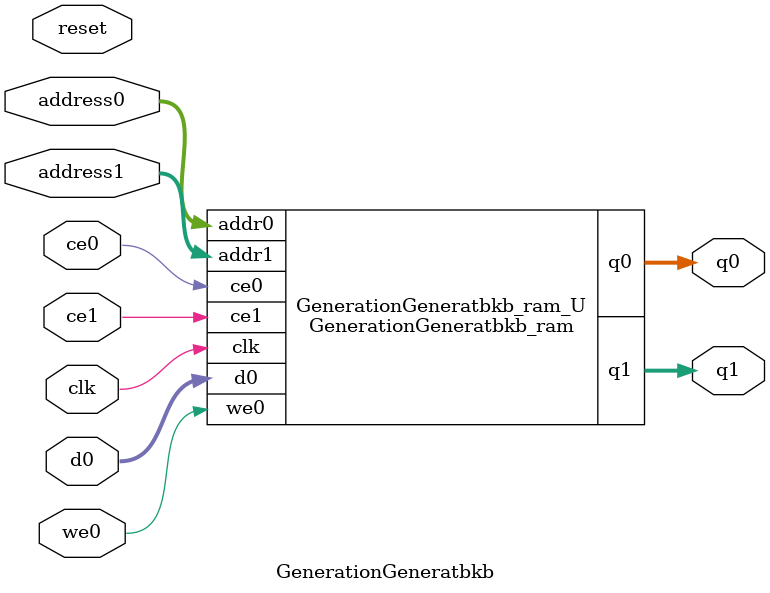
<source format=v>

`timescale 1 ns / 1 ps
module GenerationGeneratbkb_ram (addr0, ce0, d0, we0, q0, addr1, ce1, q1,  clk);

parameter DWIDTH = 24;
parameter AWIDTH = 8;
parameter MEM_SIZE = 160;

input[AWIDTH-1:0] addr0;
input ce0;
input[DWIDTH-1:0] d0;
input we0;
output reg[DWIDTH-1:0] q0;
input[AWIDTH-1:0] addr1;
input ce1;
output reg[DWIDTH-1:0] q1;
input clk;

(* ram_style = "block" *)reg [DWIDTH-1:0] ram[0:MEM_SIZE-1];




always @(posedge clk)  
begin 
    if (ce0) 
    begin
        if (we0) 
        begin 
            ram[addr0] <= d0; 
            q0 <= d0;
        end 
        else 
            q0 <= ram[addr0];
    end
end


always @(posedge clk)  
begin 
    if (ce1) 
    begin
            q1 <= ram[addr1];
    end
end


endmodule


`timescale 1 ns / 1 ps
module GenerationGeneratbkb(
    reset,
    clk,
    address0,
    ce0,
    we0,
    d0,
    q0,
    address1,
    ce1,
    q1);

parameter DataWidth = 32'd24;
parameter AddressRange = 32'd160;
parameter AddressWidth = 32'd8;
input reset;
input clk;
input[AddressWidth - 1:0] address0;
input ce0;
input we0;
input[DataWidth - 1:0] d0;
output[DataWidth - 1:0] q0;
input[AddressWidth - 1:0] address1;
input ce1;
output[DataWidth - 1:0] q1;



GenerationGeneratbkb_ram GenerationGeneratbkb_ram_U(
    .clk( clk ),
    .addr0( address0 ),
    .ce0( ce0 ),
    .d0( d0 ),
    .we0( we0 ),
    .q0( q0 ),
    .addr1( address1 ),
    .ce1( ce1 ),
    .q1( q1 ));

endmodule


</source>
